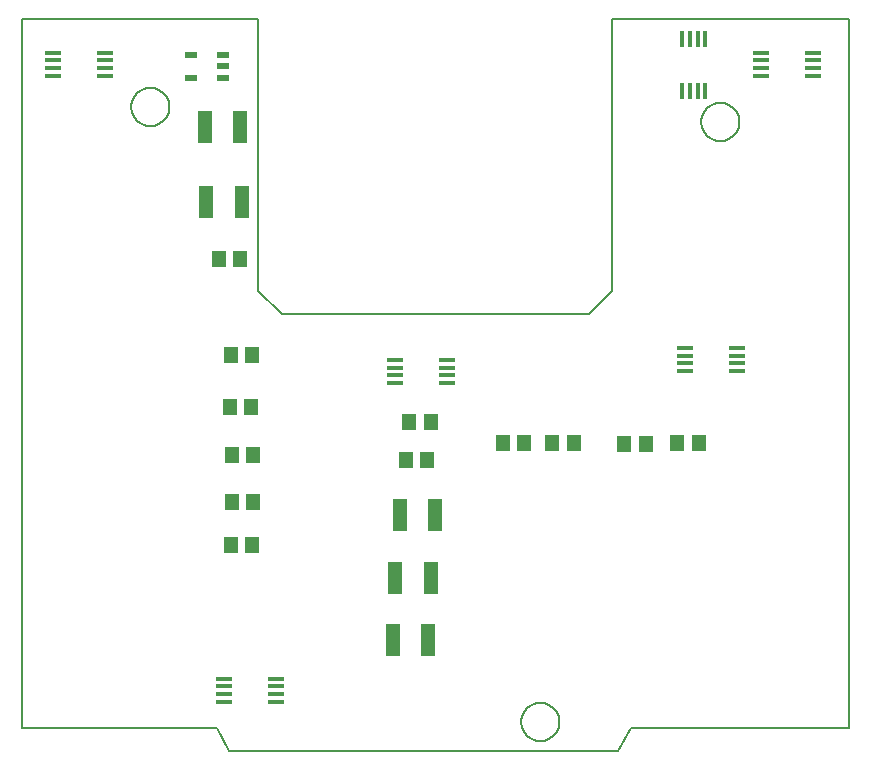
<source format=gbr>
G04 PROTEUS GERBER X2 FILE*
%TF.GenerationSoftware,Labcenter,Proteus,8.12-SP2-Build31155*%
%TF.CreationDate,2021-12-06T20:36:36+00:00*%
%TF.FileFunction,Paste,Bot*%
%TF.FilePolarity,Positive*%
%TF.Part,Single*%
%TF.SameCoordinates,{41aeb68f-70a9-4567-b6d7-def337a2806a}*%
%FSLAX45Y45*%
%MOMM*%
G01*
%TA.AperFunction,Material*%
%ADD35R,1.447800X0.457200*%
%ADD36R,0.457200X1.447800*%
%TA.AperFunction,Material*%
%ADD37R,1.041400X0.558800*%
%TA.AperFunction,Material*%
%ADD38R,1.143000X2.692400*%
%ADD39R,1.143000X1.447800*%
%TA.AperFunction,Profile*%
%ADD17C,0.203200*%
%TD.AperFunction*%
D35*
X+2150000Y+415000D03*
X+2150000Y+350000D03*
X+2150000Y+285000D03*
X+2150000Y+220000D03*
X+1710000Y+220000D03*
X+1710000Y+285000D03*
X+1710000Y+350000D03*
X+1710000Y+415000D03*
X+3600000Y+3115000D03*
X+3600000Y+3050000D03*
X+3600000Y+2985000D03*
X+3600000Y+2920000D03*
X+3160000Y+2920000D03*
X+3160000Y+2985000D03*
X+3160000Y+3050000D03*
X+3160000Y+3115000D03*
X+700000Y+5715000D03*
X+700000Y+5650000D03*
X+700000Y+5585000D03*
X+700000Y+5520000D03*
X+260000Y+5520000D03*
X+260000Y+5585000D03*
X+260000Y+5650000D03*
X+260000Y+5715000D03*
X+6700000Y+5715000D03*
X+6700000Y+5650000D03*
X+6700000Y+5585000D03*
X+6700000Y+5520000D03*
X+6260000Y+5520000D03*
X+6260000Y+5585000D03*
X+6260000Y+5650000D03*
X+6260000Y+5715000D03*
D36*
X+5785000Y+5390000D03*
X+5720000Y+5390000D03*
X+5655000Y+5390000D03*
X+5590000Y+5390000D03*
X+5590000Y+5830000D03*
X+5655000Y+5830000D03*
X+5720000Y+5830000D03*
X+5785000Y+5830000D03*
D37*
X+1700000Y+5695000D03*
X+1700000Y+5600000D03*
X+1700000Y+5505000D03*
X+1430000Y+5505000D03*
X+1430000Y+5695000D03*
D35*
X+6050000Y+3215000D03*
X+6050000Y+3150000D03*
X+6050000Y+3085000D03*
X+6050000Y+3020000D03*
X+5610000Y+3020000D03*
X+5610000Y+3085000D03*
X+5610000Y+3150000D03*
X+5610000Y+3215000D03*
D38*
X+1850000Y+5090000D03*
X+1550000Y+5090000D03*
X+1860000Y+4450000D03*
X+1560000Y+4450000D03*
D39*
X+1850000Y+3970000D03*
X+1670000Y+3970000D03*
X+3430000Y+2270000D03*
X+3250000Y+2270000D03*
D38*
X+3500000Y+1800000D03*
X+3200000Y+1800000D03*
X+3460000Y+1270000D03*
X+3160000Y+1270000D03*
X+3440000Y+740000D03*
X+3140000Y+740000D03*
D39*
X+4250000Y+2410000D03*
X+4070000Y+2410000D03*
X+4670000Y+2410000D03*
X+4490000Y+2410000D03*
X+1950000Y+3160000D03*
X+1770000Y+3160000D03*
X+1940000Y+2720000D03*
X+1760000Y+2720000D03*
X+1960000Y+2310000D03*
X+1780000Y+2310000D03*
X+1960000Y+1910000D03*
X+1780000Y+1910000D03*
X+3460000Y+2590000D03*
X+3280000Y+2590000D03*
X+5280000Y+2400000D03*
X+5100000Y+2400000D03*
X+1950000Y+1550000D03*
X+1770000Y+1550000D03*
X+5730000Y+2410000D03*
X+5550000Y+2410000D03*
D17*
X+0Y+0D02*
X+1650000Y+0D01*
X+7000000Y+0D02*
X+7000000Y+6000000D01*
X+5000000Y+6000000D01*
X+5000000Y+3700000D01*
X+4800000Y+3500000D01*
X+2200000Y+3500000D01*
X+2000000Y+3700000D02*
X+2000000Y+6000000D01*
X+0Y+6000000D01*
X+0Y+0D01*
X+2000000Y+3700000D02*
X+2200000Y+3500000D01*
X+5160000Y+0D02*
X+7000000Y+0D01*
X+1750000Y-200000D02*
X+5050000Y-200000D01*
X+1650000Y+0D02*
X+1750000Y-200000D01*
X+5160000Y+0D02*
X+5050000Y-200000D01*
X+4550045Y+50000D02*
X+4549508Y+63142D01*
X+4545144Y+89427D01*
X+4536029Y+115712D01*
X+4521182Y+141997D01*
X+4498470Y+168118D01*
X+4472185Y+187898D01*
X+4445900Y+200658D01*
X+4419615Y+208108D01*
X+4393330Y+210987D01*
X+4389000Y+211045D01*
X+4227955Y+50000D02*
X+4228492Y+63142D01*
X+4232856Y+89427D01*
X+4241971Y+115712D01*
X+4256818Y+141997D01*
X+4279530Y+168118D01*
X+4305815Y+187898D01*
X+4332100Y+200658D01*
X+4358385Y+208108D01*
X+4384670Y+210987D01*
X+4389000Y+211045D01*
X+4227955Y+50000D02*
X+4228492Y+36858D01*
X+4232856Y+10573D01*
X+4241971Y-15712D01*
X+4256818Y-41997D01*
X+4279530Y-68118D01*
X+4305815Y-87898D01*
X+4332100Y-100658D01*
X+4358385Y-108108D01*
X+4384670Y-110987D01*
X+4389000Y-111045D01*
X+4550045Y+50000D02*
X+4549508Y+36858D01*
X+4545144Y+10573D01*
X+4536029Y-15712D01*
X+4521182Y-41997D01*
X+4498470Y-68118D01*
X+4472185Y-87898D01*
X+4445900Y-100658D01*
X+4419615Y-108108D01*
X+4393330Y-110987D01*
X+4389000Y-111045D01*
X+6074045Y+5130000D02*
X+6073508Y+5143142D01*
X+6069144Y+5169427D01*
X+6060029Y+5195712D01*
X+6045182Y+5221997D01*
X+6022470Y+5248118D01*
X+5996185Y+5267898D01*
X+5969900Y+5280658D01*
X+5943615Y+5288108D01*
X+5917330Y+5290987D01*
X+5913000Y+5291045D01*
X+5751955Y+5130000D02*
X+5752492Y+5143142D01*
X+5756856Y+5169427D01*
X+5765971Y+5195712D01*
X+5780818Y+5221997D01*
X+5803530Y+5248118D01*
X+5829815Y+5267898D01*
X+5856100Y+5280658D01*
X+5882385Y+5288108D01*
X+5908670Y+5290987D01*
X+5913000Y+5291045D01*
X+5751955Y+5130000D02*
X+5752492Y+5116858D01*
X+5756856Y+5090573D01*
X+5765971Y+5064288D01*
X+5780818Y+5038003D01*
X+5803530Y+5011882D01*
X+5829815Y+4992102D01*
X+5856100Y+4979342D01*
X+5882385Y+4971892D01*
X+5908670Y+4969013D01*
X+5913000Y+4968955D01*
X+6074045Y+5130000D02*
X+6073508Y+5116858D01*
X+6069144Y+5090573D01*
X+6060029Y+5064288D01*
X+6045182Y+5038003D01*
X+6022470Y+5011882D01*
X+5996185Y+4992102D01*
X+5969900Y+4979342D01*
X+5943615Y+4971892D01*
X+5917330Y+4969013D01*
X+5913000Y+4968955D01*
X+1248045Y+5257000D02*
X+1247508Y+5270142D01*
X+1243144Y+5296427D01*
X+1234029Y+5322712D01*
X+1219182Y+5348997D01*
X+1196470Y+5375118D01*
X+1170185Y+5394898D01*
X+1143900Y+5407658D01*
X+1117615Y+5415108D01*
X+1091330Y+5417987D01*
X+1087000Y+5418045D01*
X+925955Y+5257000D02*
X+926492Y+5270142D01*
X+930856Y+5296427D01*
X+939971Y+5322712D01*
X+954818Y+5348997D01*
X+977530Y+5375118D01*
X+1003815Y+5394898D01*
X+1030100Y+5407658D01*
X+1056385Y+5415108D01*
X+1082670Y+5417987D01*
X+1087000Y+5418045D01*
X+925955Y+5257000D02*
X+926492Y+5243858D01*
X+930856Y+5217573D01*
X+939971Y+5191288D01*
X+954818Y+5165003D01*
X+977530Y+5138882D01*
X+1003815Y+5119102D01*
X+1030100Y+5106342D01*
X+1056385Y+5098892D01*
X+1082670Y+5096013D01*
X+1087000Y+5095955D01*
X+1248045Y+5257000D02*
X+1247508Y+5243858D01*
X+1243144Y+5217573D01*
X+1234029Y+5191288D01*
X+1219182Y+5165003D01*
X+1196470Y+5138882D01*
X+1170185Y+5119102D01*
X+1143900Y+5106342D01*
X+1117615Y+5098892D01*
X+1091330Y+5096013D01*
X+1087000Y+5095955D01*
M02*

</source>
